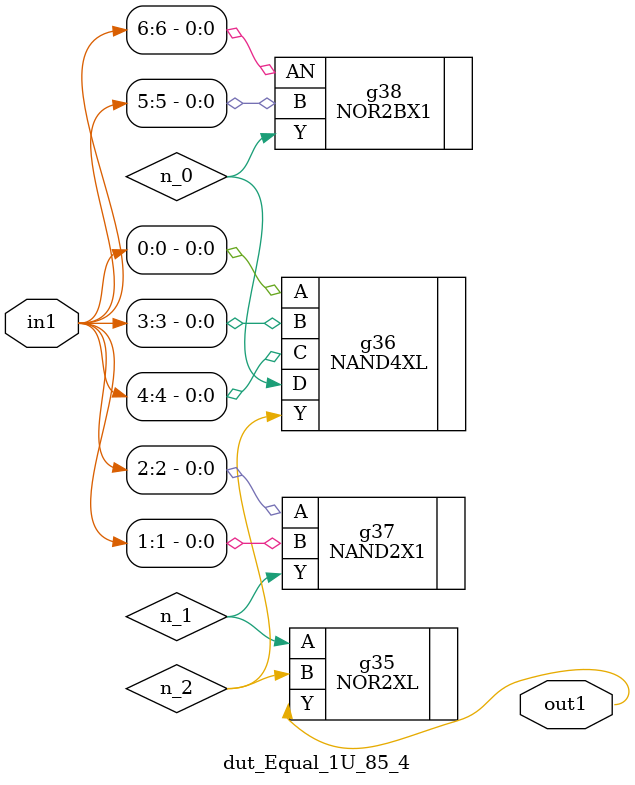
<source format=v>
`timescale 1ps / 1ps


module dut_Equal_1U_85_4(in1, out1);
  input [6:0] in1;
  output out1;
  wire [6:0] in1;
  wire out1;
  wire n_0, n_1, n_2;
  NOR2XL g35(.A (n_1), .B (n_2), .Y (out1));
  NAND4XL g36(.A (in1[0]), .B (in1[3]), .C (in1[4]), .D (n_0), .Y
       (n_2));
  NAND2X1 g37(.A (in1[2]), .B (in1[1]), .Y (n_1));
  NOR2BX1 g38(.AN (in1[6]), .B (in1[5]), .Y (n_0));
endmodule



</source>
